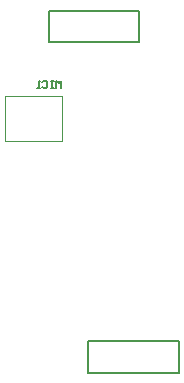
<source format=gbo>
G04*
G04 #@! TF.GenerationSoftware,Altium Limited,Altium Designer,18.0.12 (696)*
G04*
G04 Layer_Color=32896*
%FSAX24Y24*%
%MOIN*%
G70*
G01*
G75*
%ADD13C,0.0079*%
%ADD15C,0.0040*%
%ADD16C,0.0050*%
D13*
X027919Y035850D02*
Y036911D01*
X024913Y035850D02*
Y036911D01*
Y035850D02*
X027919D01*
X024913Y036911D02*
X027919D01*
X026231Y025900D02*
X026231Y024839D01*
X029237Y024839D02*
Y025900D01*
X026231D02*
X029237D01*
X026231Y024839D02*
X029237Y024839D01*
D15*
X023450Y034050D02*
X025350D01*
X023450Y032550D02*
Y034050D01*
Y032550D02*
X025350D01*
Y034050D01*
D16*
X025320Y034320D02*
Y034570D01*
X025237Y034487D01*
X025153Y034570D01*
Y034320D01*
X025070Y034570D02*
X024987D01*
X025028D01*
Y034320D01*
X025070D01*
X024987D01*
X024695Y034528D02*
X024737Y034570D01*
X024820D01*
X024862Y034528D01*
Y034362D01*
X024820Y034320D01*
X024737D01*
X024695Y034362D01*
X024612Y034320D02*
X024529D01*
X024570D01*
Y034570D01*
X024612Y034528D01*
M02*

</source>
